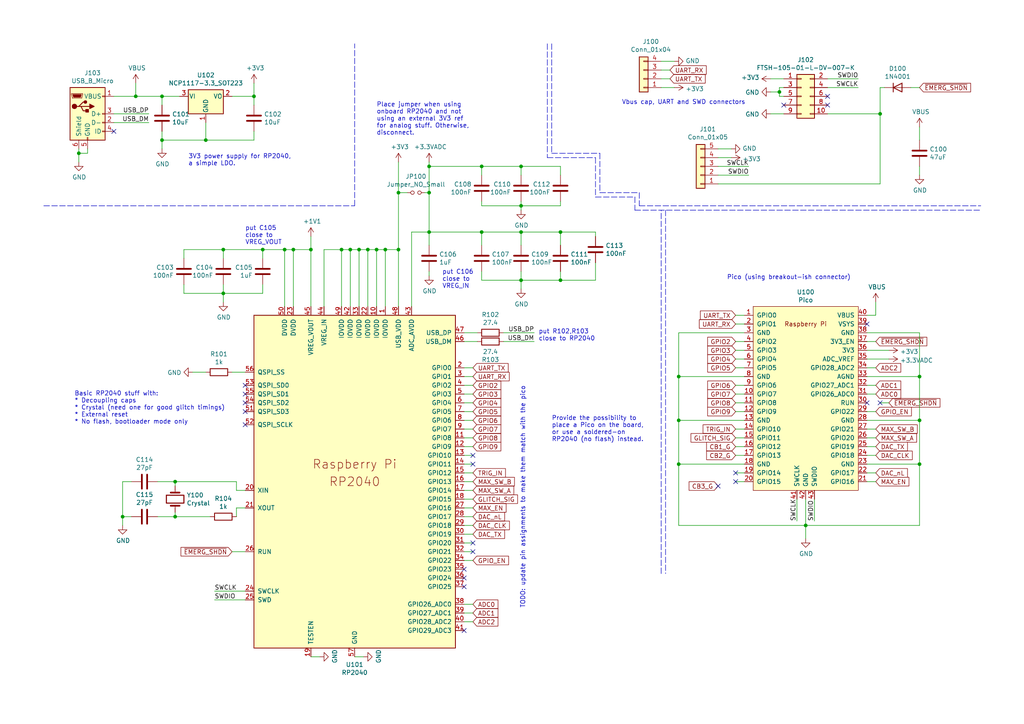
<source format=kicad_sch>
(kicad_sch (version 20211123) (generator eeschema)
  (paper "A4")
  (lib_symbols
    (symbol "Connector:USB_B_Micro" (pin_names (offset 1.016))
      (property "Reference" "J" (at -5.08 11.43 0))
      (property "Value" "USB_B_Micro" (at -5.08 8.89 0))
      (symbol "USB_B_Micro_1_1"
        (pin power_out line (at 7.62 5.08 180) (length 2.54) (name "VBUS") (number "1"))
        (pin bidirectional line (at 7.62 -2.54 180) (length 2.54) (name "D-") (number "2"))
        (pin bidirectional line (at 7.62 0 180) (length 2.54) (name "D+") (number "3"))
        (pin passive line (at 7.62 -5.08 180) (length 2.54) (name "ID") (number "4"))
        (pin power_out line (at 0 -10.16 90) (length 2.54) (name "GND") (number "5"))
        (pin passive line (at -2.54 -10.16 90) (length 2.54) (name "Shield") (number "6"))
      )
    )
    (symbol "Connector_Generic:Conn_01x04" (pin_names (offset 1.016) hide)
      (property "Reference" "J" (at 0 5.08 0))
      (property "Value" "Conn_01x04" (at 0 -7.62 0))
      (symbol "Conn_01x04_1_1"
        (pin passive line (at -5.08 2.54 0) (length 3.81) (name "Pin_1") (number "1"))
        (pin passive line (at -5.08 0 0) (length 3.81) (name "Pin_2") (number "2"))
        (pin passive line (at -5.08 -2.54 0) (length 3.81) (name "Pin_3") (number "3"))
        (pin passive line (at -5.08 -5.08 0) (length 3.81) (name "Pin_4") (number "4"))
      )
    )
    (symbol "Connector_Generic:Conn_01x05" (pin_names (offset 1.016) hide)
      (property "Reference" "J" (at 0 7.62 0))
      (property "Value" "Conn_01x05" (at 0 -7.62 0))
      (symbol "Conn_01x05_1_1"
        (pin passive line (at -5.08 5.08 0) (length 3.81) (name "Pin_1") (number "1"))
        (pin passive line (at -5.08 2.54 0) (length 3.81) (name "Pin_2") (number "2"))
        (pin passive line (at -5.08 0 0) (length 3.81) (name "Pin_3") (number "3"))
        (pin passive line (at -5.08 -2.54 0) (length 3.81) (name "Pin_4") (number "4"))
        (pin passive line (at -5.08 -5.08 0) (length 3.81) (name "Pin_5") (number "5"))
      )
    )
    (symbol "Connector_Generic:Conn_02x05_Odd_Even" (pin_names (offset 1.016) hide)
      (property "Reference" "J" (at 1.27 7.62 0))
      (property "Value" "Conn_02x05_Odd_Even" (at 1.27 -7.62 0))
      (symbol "Conn_02x05_Odd_Even_1_1"
        (pin passive line (at -5.08 5.08 0) (length 3.81) (name "Pin_1") (number "1"))
        (pin passive line (at 7.62 -5.08 180) (length 3.81) (name "Pin_10") (number "10"))
        (pin passive line (at 7.62 5.08 180) (length 3.81) (name "Pin_2") (number "2"))
        (pin passive line (at -5.08 2.54 0) (length 3.81) (name "Pin_3") (number "3"))
        (pin passive line (at 7.62 2.54 180) (length 3.81) (name "Pin_4") (number "4"))
        (pin passive line (at -5.08 0 0) (length 3.81) (name "Pin_5") (number "5"))
        (pin passive line (at 7.62 0 180) (length 3.81) (name "Pin_6") (number "6"))
        (pin passive line (at -5.08 -2.54 0) (length 3.81) (name "Pin_7") (number "7"))
        (pin passive line (at 7.62 -2.54 180) (length 3.81) (name "Pin_8") (number "8"))
        (pin passive line (at -5.08 -5.08 0) (length 3.81) (name "Pin_9") (number "9"))
      )
    )
    (symbol "Device:C" (pin_numbers hide) (pin_names (offset 0.254))
      (property "Reference" "C" (at 0.635 2.54 0))
      (property "Value" "C" (at 0.635 -2.54 0))
      (symbol "C_1_1"
        (pin passive line (at 0 3.81 270) (length 2.794) (name "~") (number "1"))
        (pin passive line (at 0 -3.81 90) (length 2.794) (name "~") (number "2"))
      )
    )
    (symbol "Device:Crystal" (pin_numbers hide) (pin_names (offset 1.016) hide)
      (property "Reference" "Y" (at 0 3.81 0))
      (property "Value" "Crystal" (at 0 -3.81 0))
      (symbol "Crystal_1_1"
        (pin passive line (at -3.81 0 0) (length 1.27) (name "1") (number "1"))
        (pin passive line (at 3.81 0 180) (length 1.27) (name "2") (number "2"))
      )
    )
    (symbol "Device:D" (pin_numbers hide) (pin_names (offset 1.016) hide)
      (property "Reference" "D" (at 0 2.54 0))
      (property "Value" "D" (at 0 -2.54 0))
      (symbol "D_1_1"
        (pin passive line (at -3.81 0 0) (length 2.54) (name "K") (number "1"))
        (pin passive line (at 3.81 0 180) (length 2.54) (name "A") (number "2"))
      )
    )
    (symbol "Device:Jumper_NO_Small" (pin_numbers hide) (pin_names (offset 0.762) hide)
      (property "Reference" "JP" (at 0 2.032 0))
      (property "Value" "Device_Jumper_NO_Small" (at 0.254 -1.524 0))
      (symbol "Jumper_NO_Small_0_1"
        (pin passive line (at -2.54 0 0) (length 1.016) (name "1") (number "1"))
        (pin passive line (at 2.54 0 180) (length 1.016) (name "2") (number "2"))
      )
    )
    (symbol "Device:R" (pin_numbers hide) (pin_names (offset 0))
      (property "Reference" "R" (at 2.032 0 90))
      (property "Value" "R" (at 0 0 90))
      (symbol "R_1_1"
        (pin passive line (at 0 3.81 270) (length 1.27) (name "~") (number "1"))
        (pin passive line (at 0 -3.81 90) (length 1.27) (name "~") (number "2"))
      )
    )
    (symbol "MCU_RaspberryPi_and_Boards:Pico" (pin_names (offset 1.016))
      (property "Reference" "U" (at -13.97 27.94 0))
      (property "Value" "Pico" (at 0 19.05 0))
      (symbol "Pico_0_0"
        (text "Raspberry Pi" (at 0 21.59 0) (effects (font (size 1.27 1.27))))
      )
      (symbol "Pico_1_1"
        (pin bidirectional line (at -17.78 24.13 0) (length 2.54) (name "GPIO0") (number "1"))
        (pin bidirectional line (at -17.78 1.27 0) (length 2.54) (name "GPIO7") (number "10"))
        (pin bidirectional line (at -17.78 -1.27 0) (length 2.54) (name "GPIO8") (number "11"))
        (pin bidirectional line (at -17.78 -3.81 0) (length 2.54) (name "GPIO9") (number "12"))
        (pin power_in line (at -17.78 -6.35 0) (length 2.54) (name "GND") (number "13"))
        (pin bidirectional line (at -17.78 -8.89 0) (length 2.54) (name "GPIO10") (number "14"))
        (pin bidirectional line (at -17.78 -11.43 0) (length 2.54) (name "GPIO11") (number "15"))
        (pin bidirectional line (at -17.78 -13.97 0) (length 2.54) (name "GPIO12") (number "16"))
        (pin bidirectional line (at -17.78 -16.51 0) (length 2.54) (name "GPIO13") (number "17"))
        (pin power_in line (at -17.78 -19.05 0) (length 2.54) (name "GND") (number "18"))
        (pin bidirectional line (at -17.78 -21.59 0) (length 2.54) (name "GPIO14") (number "19"))
        (pin bidirectional line (at -17.78 21.59 0) (length 2.54) (name "GPIO1") (number "2"))
        (pin bidirectional line (at -17.78 -24.13 0) (length 2.54) (name "GPIO15") (number "20"))
        (pin bidirectional line (at 17.78 -24.13 180) (length 2.54) (name "GPIO16") (number "21"))
        (pin bidirectional line (at 17.78 -21.59 180) (length 2.54) (name "GPIO17") (number "22"))
        (pin power_in line (at 17.78 -19.05 180) (length 2.54) (name "GND") (number "23"))
        (pin bidirectional line (at 17.78 -16.51 180) (length 2.54) (name "GPIO18") (number "24"))
        (pin bidirectional line (at 17.78 -13.97 180) (length 2.54) (name "GPIO19") (number "25"))
        (pin bidirectional line (at 17.78 -11.43 180) (length 2.54) (name "GPIO20") (number "26"))
        (pin bidirectional line (at 17.78 -8.89 180) (length 2.54) (name "GPIO21") (number "27"))
        (pin power_in line (at 17.78 -6.35 180) (length 2.54) (name "GND") (number "28"))
        (pin bidirectional line (at 17.78 -3.81 180) (length 2.54) (name "GPIO22") (number "29"))
        (pin power_in line (at -17.78 19.05 0) (length 2.54) (name "GND") (number "3"))
        (pin input line (at 17.78 -1.27 180) (length 2.54) (name "RUN") (number "30"))
        (pin bidirectional line (at 17.78 1.27 180) (length 2.54) (name "GPIO26_ADC0") (number "31"))
        (pin bidirectional line (at 17.78 3.81 180) (length 2.54) (name "GPIO27_ADC1") (number "32"))
        (pin power_in line (at 17.78 6.35 180) (length 2.54) (name "AGND") (number "33"))
        (pin bidirectional line (at 17.78 8.89 180) (length 2.54) (name "GPIO28_ADC2") (number "34"))
        (pin unspecified line (at 17.78 11.43 180) (length 2.54) (name "ADC_VREF") (number "35"))
        (pin unspecified line (at 17.78 13.97 180) (length 2.54) (name "3V3") (number "36"))
        (pin input line (at 17.78 16.51 180) (length 2.54) (name "3V3_EN") (number "37"))
        (pin bidirectional line (at 17.78 19.05 180) (length 2.54) (name "GND") (number "38"))
        (pin unspecified line (at 17.78 21.59 180) (length 2.54) (name "VSYS") (number "39"))
        (pin bidirectional line (at -17.78 16.51 0) (length 2.54) (name "GPIO2") (number "4"))
        (pin unspecified line (at 17.78 24.13 180) (length 2.54) (name "VBUS") (number "40"))
        (pin input line (at -2.54 -29.21 90) (length 2.54) (name "SWCLK") (number "41"))
        (pin power_in line (at 0 -29.21 90) (length 2.54) (name "GND") (number "42"))
        (pin bidirectional line (at 2.54 -29.21 90) (length 2.54) (name "SWDIO") (number "43"))
        (pin bidirectional line (at -17.78 13.97 0) (length 2.54) (name "GPIO3") (number "5"))
        (pin bidirectional line (at -17.78 11.43 0) (length 2.54) (name "GPIO4") (number "6"))
        (pin bidirectional line (at -17.78 8.89 0) (length 2.54) (name "GPIO5") (number "7"))
        (pin power_in line (at -17.78 6.35 0) (length 2.54) (name "GND") (number "8"))
        (pin bidirectional line (at -17.78 3.81 0) (length 2.54) (name "GPIO6") (number "9"))
      )
    )
    (symbol "MCU_RaspberryPi_and_Boards:RP2040" (pin_names (offset 1.016))
      (property "Reference" "U" (at -29.21 49.53 0))
      (property "Value" "RP2040" (at 24.13 -49.53 0))
      (symbol "RP2040_0_0"
        (text "Raspberry Pi" (at 0 5.08 0) (effects (font (size 2.54 2.54))))
        (text "RP2040" (at 0 0 0) (effects (font (size 2.54 2.54))))
      )
      (symbol "RP2040_1_1"
        (pin power_in line (at 8.89 50.8 270) (length 2.54) (name "IOVDD") (number "1"))
        (pin power_in line (at 6.35 50.8 270) (length 2.54) (name "IOVDD") (number "10"))
        (pin bidirectional line (at 31.75 12.7 180) (length 2.54) (name "GPIO8") (number "11"))
        (pin bidirectional line (at 31.75 10.16 180) (length 2.54) (name "GPIO9") (number "12"))
        (pin bidirectional line (at 31.75 7.62 180) (length 2.54) (name "GPIO10") (number "13"))
        (pin bidirectional line (at 31.75 5.08 180) (length 2.54) (name "GPIO11") (number "14"))
        (pin bidirectional line (at 31.75 2.54 180) (length 2.54) (name "GPIO12") (number "15"))
        (pin bidirectional line (at 31.75 0 180) (length 2.54) (name "GPIO13") (number "16"))
        (pin bidirectional line (at 31.75 -2.54 180) (length 2.54) (name "GPIO14") (number "17"))
        (pin bidirectional line (at 31.75 -5.08 180) (length 2.54) (name "GPIO15") (number "18"))
        (pin passive line (at -12.7 -50.8 90) (length 2.54) (name "TESTEN") (number "19"))
        (pin bidirectional line (at 31.75 33.02 180) (length 2.54) (name "GPIO0") (number "2"))
        (pin input line (at -31.75 -2.54 0) (length 2.54) (name "XIN") (number "20"))
        (pin passive line (at -31.75 -7.62 0) (length 2.54) (name "XOUT") (number "21"))
        (pin power_in line (at 3.81 50.8 270) (length 2.54) (name "IOVDD") (number "22"))
        (pin power_in line (at -17.78 50.8 270) (length 2.54) (name "DVDD") (number "23"))
        (pin output line (at -31.75 -31.75 0) (length 2.54) (name "SWCLK") (number "24"))
        (pin bidirectional line (at -31.75 -34.29 0) (length 2.54) (name "SWD") (number "25"))
        (pin input line (at -31.75 -20.32 0) (length 2.54) (name "RUN") (number "26"))
        (pin bidirectional line (at 31.75 -7.62 180) (length 2.54) (name "GPIO16") (number "27"))
        (pin bidirectional line (at 31.75 -10.16 180) (length 2.54) (name "GPIO17") (number "28"))
        (pin bidirectional line (at 31.75 -12.7 180) (length 2.54) (name "GPIO18") (number "29"))
        (pin bidirectional line (at 31.75 30.48 180) (length 2.54) (name "GPIO1") (number "3"))
        (pin bidirectional line (at 31.75 -15.24 180) (length 2.54) (name "GPIO19") (number "30"))
        (pin bidirectional line (at 31.75 -17.78 180) (length 2.54) (name "GPIO20") (number "31"))
        (pin bidirectional line (at 31.75 -20.32 180) (length 2.54) (name "GPIO21") (number "32"))
        (pin power_in line (at 1.27 50.8 270) (length 2.54) (name "IOVDD") (number "33"))
        (pin bidirectional line (at 31.75 -22.86 180) (length 2.54) (name "GPIO22") (number "34"))
        (pin bidirectional line (at 31.75 -25.4 180) (length 2.54) (name "GPIO23") (number "35"))
        (pin bidirectional line (at 31.75 -27.94 180) (length 2.54) (name "GPIO24") (number "36"))
        (pin bidirectional line (at 31.75 -30.48 180) (length 2.54) (name "GPIO25") (number "37"))
        (pin bidirectional line (at 31.75 -35.56 180) (length 2.54) (name "GPIO26_ADC0") (number "38"))
        (pin bidirectional line (at 31.75 -38.1 180) (length 2.54) (name "GPIO27_ADC1") (number "39"))
        (pin bidirectional line (at 31.75 27.94 180) (length 2.54) (name "GPIO2") (number "4"))
        (pin bidirectional line (at 31.75 -40.64 180) (length 2.54) (name "GPIO28_ADC2") (number "40"))
        (pin bidirectional line (at 31.75 -43.18 180) (length 2.54) (name "GPIO29_ADC3") (number "41"))
        (pin power_in line (at -1.27 50.8 270) (length 2.54) (name "IOVDD") (number "42"))
        (pin power_in line (at 16.51 50.8 270) (length 2.54) (name "ADC_AVDD") (number "43"))
        (pin power_in line (at -8.89 50.8 270) (length 2.54) (name "VREG_IN") (number "44"))
        (pin power_out line (at -12.7 50.8 270) (length 2.54) (name "VREG_VOUT") (number "45"))
        (pin bidirectional line (at 31.75 40.64 180) (length 2.54) (name "USB_DM") (number "46"))
        (pin bidirectional line (at 31.75 43.18 180) (length 2.54) (name "USB_DP") (number "47"))
        (pin power_in line (at 12.7 50.8 270) (length 2.54) (name "USB_VDD") (number "48"))
        (pin power_in line (at -3.81 50.8 270) (length 2.54) (name "IOVDD") (number "49"))
        (pin bidirectional line (at 31.75 25.4 180) (length 2.54) (name "GPIO3") (number "5"))
        (pin power_in line (at -20.32 50.8 270) (length 2.54) (name "DVDD") (number "50"))
        (pin bidirectional line (at -31.75 20.32 0) (length 2.54) (name "QSPI_SD3") (number "51"))
        (pin output line (at -31.75 16.51 0) (length 2.54) (name "QSPI_SCLK") (number "52"))
        (pin bidirectional line (at -31.75 27.94 0) (length 2.54) (name "QSPI_SD0") (number "53"))
        (pin bidirectional line (at -31.75 22.86 0) (length 2.54) (name "QSPI_SD2") (number "54"))
        (pin bidirectional line (at -31.75 25.4 0) (length 2.54) (name "QSPI_SD1") (number "55"))
        (pin bidirectional line (at -31.75 31.75 0) (length 2.54) (name "QSPI_SS") (number "56"))
        (pin power_in line (at 0 -50.8 90) (length 2.54) (name "GND") (number "57"))
        (pin bidirectional line (at 31.75 22.86 180) (length 2.54) (name "GPIO4") (number "6"))
        (pin bidirectional line (at 31.75 20.32 180) (length 2.54) (name "GPIO5") (number "7"))
        (pin bidirectional line (at 31.75 17.78 180) (length 2.54) (name "GPIO6") (number "8"))
        (pin bidirectional line (at 31.75 15.24 180) (length 2.54) (name "GPIO7") (number "9"))
      )
    )
    (symbol "Regulator_Linear:NCP1117-3.3_SOT223" (pin_names (offset 0.254))
      (property "Reference" "U" (at -3.81 3.175 0))
      (property "Value" "NCP1117-3.3_SOT223" (at 0 3.175 0))
      (symbol "NCP1117-3.3_SOT223_1_1"
        (pin power_in line (at 0 -7.62 90) (length 2.54) (name "GND") (number "1"))
        (pin power_out line (at 7.62 0 180) (length 2.54) (name "VO") (number "2"))
        (pin power_in line (at -7.62 0 0) (length 2.54) (name "VI") (number "3"))
      )
    )
    (symbol "power:+1V1" (power) (pin_names (offset 0))
      (property "Value" "+1V1" (at 0 3.556 0))
      (symbol "+1V1_1_1"
        (pin power_in line (at 0 0 90) (length 0) hide (name "+1V1") (number "1"))
      )
    )
    (symbol "power:+3.3VADC" (power) (pin_names (offset 0))
      (property "Value" "+3.3VADC" (at 0 2.54 0))
      (symbol "+3.3VADC_0_0"
        (pin power_in line (at 0 0 90) (length 0) hide (name "+3.3VADC") (number "1"))
      )
    )
    (symbol "power:+3V3" (power) (pin_names (offset 0))
      (property "Value" "+3V3" (at 0 3.556 0))
      (symbol "+3V3_1_1"
        (pin power_in line (at 0 0 90) (length 0) hide (name "+3V3") (number "1"))
      )
    )
    (symbol "power:GND" (power) (pin_names (offset 0))
      (property "Value" "GND" (at 0 -3.81 0))
      (symbol "GND_1_1"
        (pin power_in line (at 0 0 270) (length 0) hide (name "GND") (number "1"))
      )
    )
    (symbol "power:VBUS" (power) (pin_names (offset 0))
      (property "Value" "VBUS" (at 0 3.81 0))
      (symbol "VBUS_1_1"
        (pin power_in line (at 0 0 90) (length 0) hide (name "VBUS") (number "1"))
      )
    )
  )
  (junction (at 233.68 152.4))
  (junction (at 151.13 81.28))
  (junction (at 82.55 72.39))
  (junction (at 266.7 109.22))
  (junction (at 90.17 72.39))
  (junction (at 59.69 40.64))
  (junction (at 162.56 67.31))
  (junction (at 104.14 72.39))
  (junction (at 106.68 72.39))
  (junction (at 115.57 55.88))
  (junction (at 124.46 55.88))
  (junction (at 196.85 134.62))
  (junction (at 76.2 72.39))
  (junction (at 255.27 33.02))
  (junction (at 111.76 72.39))
  (junction (at 109.22 72.39))
  (junction (at 139.7 67.31))
  (junction (at 99.06 72.39))
  (junction (at 115.57 72.39))
  (junction (at 46.99 40.64))
  (junction (at 139.7 48.26))
  (junction (at 124.46 67.31))
  (junction (at 39.37 27.94))
  (junction (at 196.85 109.22))
  (junction (at 124.46 48.26))
  (junction (at 50.8 139.7))
  (junction (at 266.7 121.92))
  (junction (at 266.7 134.62))
  (junction (at 151.13 59.69))
  (junction (at 50.8 149.86))
  (junction (at 22.86 44.45))
  (junction (at 64.77 85.09))
  (junction (at 85.09 72.39))
  (junction (at 151.13 67.31))
  (junction (at 226.06 26.67))
  (junction (at 151.13 48.26))
  (junction (at 35.56 149.86))
  (junction (at 64.77 72.39))
  (junction (at 196.85 121.92))
  (junction (at 101.6 72.39))
  (junction (at 73.66 27.94))
  (junction (at 46.99 27.94))
  (junction (at 162.56 81.28))
  (no_connect (at 251.46 116.84))
  (no_connect (at 134.62 170.18))
  (no_connect (at 134.62 182.88))
  (no_connect (at 71.12 114.3))
  (no_connect (at 71.12 123.19))
  (no_connect (at 227.33 30.48))
  (no_connect (at 137.16 160.02))
  (no_connect (at 33.02 38.1))
  (no_connect (at 255.27 116.84))
  (no_connect (at 71.12 111.76))
  (no_connect (at 240.03 27.94))
  (no_connect (at 134.62 167.64))
  (no_connect (at 251.46 93.98))
  (no_connect (at 137.16 132.08))
  (no_connect (at 137.16 134.62))
  (no_connect (at 137.16 157.48))
  (no_connect (at 208.28 140.97))
  (no_connect (at 213.36 139.7))
  (no_connect (at 213.36 137.16))
  (no_connect (at 134.62 165.1))
  (no_connect (at 71.12 119.38))
  (no_connect (at 240.03 30.48))
  (no_connect (at 71.12 116.84))
  (wire (pts (xy 67.31 107.95) (xy 71.12 107.95)))
  (wire (pts (xy 215.9 129.54) (xy 213.36 129.54)))
  (wire (pts (xy 137.16 157.48) (xy 134.62 157.48)))
  (wire (pts (xy 115.57 55.88) (xy 115.57 72.39)))
  (wire (pts (xy 139.7 67.31) (xy 151.13 67.31)))
  (wire (pts (xy 71.12 142.24) (xy 68.58 142.24)))
  (wire (pts (xy 226.06 26.67) (xy 223.52 26.67)))
  (wire (pts (xy 53.34 85.09) (xy 53.34 82.55)))
  (wire (pts (xy 53.34 72.39) (xy 64.77 72.39)))
  (wire (pts (xy 196.85 121.92) (xy 196.85 134.62)))
  (wire (pts (xy 251.46 132.08) (xy 254 132.08)))
  (wire (pts (xy 134.62 106.68) (xy 137.16 106.68)))
  (wire (pts (xy 151.13 59.69) (xy 162.56 59.69)))
  (wire (pts (xy 266.7 134.62) (xy 266.7 121.92)))
  (wire (pts (xy 134.62 119.38) (xy 137.16 119.38)))
  (wire (pts (xy 139.7 81.28) (xy 139.7 78.74)))
  (wire (pts (xy 146.05 96.52) (xy 154.94 96.52)))
  (wire (pts (xy 215.9 96.52) (xy 196.85 96.52)))
  (wire (pts (xy 266.7 40.64) (xy 266.7 36.83)))
  (polyline (pts (xy 185.42 55.88) (xy 185.42 59.69)))
  (wire (pts (xy 233.68 152.4) (xy 233.68 156.21)))
  (wire (pts (xy 226.06 27.94) (xy 227.33 27.94)))
  (polyline (pts (xy 173.99 44.45) (xy 173.99 55.88)))
  (wire (pts (xy 226.06 26.67) (xy 226.06 27.94)))
  (wire (pts (xy 50.8 140.97) (xy 50.8 139.7)))
  (wire (pts (xy 134.62 111.76) (xy 137.16 111.76)))
  (wire (pts (xy 137.16 124.46) (xy 134.62 124.46)))
  (wire (pts (xy 73.66 27.94) (xy 73.66 30.48)))
  (wire (pts (xy 134.62 132.08) (xy 137.16 132.08)))
  (wire (pts (xy 213.36 119.38) (xy 215.9 119.38)))
  (wire (pts (xy 162.56 59.69) (xy 162.56 58.42)))
  (wire (pts (xy 76.2 72.39) (xy 76.2 74.93)))
  (wire (pts (xy 119.38 67.31) (xy 119.38 88.9)))
  (wire (pts (xy 257.81 101.6) (xy 251.46 101.6)))
  (wire (pts (xy 134.62 137.16) (xy 137.16 137.16)))
  (wire (pts (xy 266.7 50.8) (xy 266.7 48.26)))
  (wire (pts (xy 196.85 121.92) (xy 196.85 109.22)))
  (wire (pts (xy 151.13 81.28) (xy 139.7 81.28)))
  (wire (pts (xy 251.46 111.76) (xy 254 111.76)))
  (wire (pts (xy 137.16 177.8) (xy 134.62 177.8)))
  (wire (pts (xy 266.7 109.22) (xy 251.46 109.22)))
  (wire (pts (xy 137.16 144.78) (xy 134.62 144.78)))
  (wire (pts (xy 45.72 149.86) (xy 50.8 149.86)))
  (polyline (pts (xy 158.75 12.7) (xy 158.75 45.72)))
  (polyline (pts (xy 172.72 57.15) (xy 184.15 57.15)))
  (wire (pts (xy 213.36 106.68) (xy 215.9 106.68)))
  (wire (pts (xy 208.28 53.34) (xy 255.27 53.34)))
  (wire (pts (xy 137.16 162.56) (xy 134.62 162.56)))
  (wire (pts (xy 73.66 40.64) (xy 73.66 38.1)))
  (wire (pts (xy 213.36 139.7) (xy 215.9 139.7)))
  (wire (pts (xy 162.56 81.28) (xy 151.13 81.28)))
  (wire (pts (xy 151.13 78.74) (xy 151.13 81.28)))
  (wire (pts (xy 255.27 53.34) (xy 255.27 33.02)))
  (wire (pts (xy 124.46 55.88) (xy 124.46 67.31)))
  (wire (pts (xy 52.07 27.94) (xy 46.99 27.94)))
  (wire (pts (xy 134.62 147.32) (xy 137.16 147.32)))
  (wire (pts (xy 46.99 43.18) (xy 46.99 40.64)))
  (wire (pts (xy 46.99 40.64) (xy 59.69 40.64)))
  (wire (pts (xy 139.7 67.31) (xy 139.7 71.12)))
  (wire (pts (xy 172.72 67.31) (xy 172.72 68.58)))
  (wire (pts (xy 111.76 72.39) (xy 115.57 72.39)))
  (wire (pts (xy 137.16 134.62) (xy 134.62 134.62)))
  (wire (pts (xy 105.41 190.5) (xy 102.87 190.5)))
  (wire (pts (xy 257.81 116.84) (xy 255.27 116.84)))
  (wire (pts (xy 124.46 55.88) (xy 124.46 48.26)))
  (wire (pts (xy 233.68 144.78) (xy 233.68 152.4)))
  (wire (pts (xy 101.6 88.9) (xy 101.6 72.39)))
  (wire (pts (xy 35.56 139.7) (xy 38.1 139.7)))
  (wire (pts (xy 251.46 91.44) (xy 254 91.44)))
  (wire (pts (xy 266.7 96.52) (xy 251.46 96.52)))
  (wire (pts (xy 139.7 58.42) (xy 139.7 59.69)))
  (wire (pts (xy 213.36 127) (xy 215.9 127)))
  (wire (pts (xy 255.27 25.4) (xy 255.27 33.02)))
  (wire (pts (xy 139.7 48.26) (xy 139.7 50.8)))
  (wire (pts (xy 134.62 127) (xy 137.16 127)))
  (wire (pts (xy 64.77 72.39) (xy 64.77 74.93)))
  (wire (pts (xy 50.8 139.7) (xy 68.58 139.7)))
  (wire (pts (xy 172.72 76.2) (xy 172.72 81.28)))
  (wire (pts (xy 213.36 132.08) (xy 215.9 132.08)))
  (wire (pts (xy 134.62 121.92) (xy 137.16 121.92)))
  (wire (pts (xy 208.28 48.26) (xy 217.17 48.26)))
  (wire (pts (xy 109.22 72.39) (xy 111.76 72.39)))
  (wire (pts (xy 93.98 88.9) (xy 93.98 72.39)))
  (wire (pts (xy 191.77 17.78) (xy 195.58 17.78)))
  (wire (pts (xy 134.62 99.06) (xy 138.43 99.06)))
  (wire (pts (xy 162.56 78.74) (xy 162.56 81.28)))
  (wire (pts (xy 137.16 149.86) (xy 134.62 149.86)))
  (wire (pts (xy 137.16 116.84) (xy 134.62 116.84)))
  (wire (pts (xy 196.85 109.22) (xy 215.9 109.22)))
  (wire (pts (xy 266.7 121.92) (xy 251.46 121.92)))
  (polyline (pts (xy 158.75 45.72) (xy 172.72 45.72)))
  (wire (pts (xy 240.03 33.02) (xy 255.27 33.02)))
  (polyline (pts (xy 191.77 166.37) (xy 191.77 60.96)))
  (wire (pts (xy 25.4 44.45) (xy 25.4 43.18)))
  (wire (pts (xy 208.28 43.18) (xy 212.09 43.18)))
  (wire (pts (xy 134.62 180.34) (xy 137.16 180.34)))
  (wire (pts (xy 115.57 46.99) (xy 115.57 55.88)))
  (wire (pts (xy 115.57 88.9) (xy 115.57 72.39)))
  (wire (pts (xy 104.14 72.39) (xy 106.68 72.39)))
  (wire (pts (xy 151.13 48.26) (xy 162.56 48.26)))
  (wire (pts (xy 67.31 27.94) (xy 73.66 27.94)))
  (wire (pts (xy 255.27 25.4) (xy 256.54 25.4)))
  (wire (pts (xy 254 119.38) (xy 251.46 119.38)))
  (wire (pts (xy 60.96 149.86) (xy 50.8 149.86)))
  (wire (pts (xy 46.99 40.64) (xy 46.99 38.1)))
  (wire (pts (xy 266.7 152.4) (xy 266.7 134.62)))
  (wire (pts (xy 82.55 72.39) (xy 82.55 88.9)))
  (wire (pts (xy 68.58 139.7) (xy 68.58 142.24)))
  (wire (pts (xy 33.02 33.02) (xy 43.18 33.02)))
  (wire (pts (xy 264.16 25.4) (xy 266.7 25.4)))
  (wire (pts (xy 254 137.16) (xy 251.46 137.16)))
  (wire (pts (xy 64.77 85.09) (xy 76.2 85.09)))
  (polyline (pts (xy 160.02 44.45) (xy 173.99 44.45)))
  (wire (pts (xy 196.85 152.4) (xy 233.68 152.4)))
  (wire (pts (xy 254 91.44) (xy 254 87.63)))
  (wire (pts (xy 146.05 99.06) (xy 154.94 99.06)))
  (wire (pts (xy 35.56 152.4) (xy 35.56 149.86)))
  (wire (pts (xy 123.19 55.88) (xy 124.46 55.88)))
  (wire (pts (xy 139.7 48.26) (xy 151.13 48.26)))
  (wire (pts (xy 68.58 147.32) (xy 71.12 147.32)))
  (wire (pts (xy 118.11 55.88) (xy 115.57 55.88)))
  (wire (pts (xy 134.62 96.52) (xy 138.43 96.52)))
  (wire (pts (xy 233.68 152.4) (xy 266.7 152.4)))
  (wire (pts (xy 124.46 71.12) (xy 124.46 67.31)))
  (wire (pts (xy 240.03 25.4) (xy 248.92 25.4)))
  (wire (pts (xy 134.62 160.02) (xy 137.16 160.02)))
  (wire (pts (xy 99.06 72.39) (xy 101.6 72.39)))
  (wire (pts (xy 39.37 24.13) (xy 39.37 27.94)))
  (wire (pts (xy 38.1 149.86) (xy 35.56 149.86)))
  (polyline (pts (xy 185.42 59.69) (xy 284.48 59.69)))
  (wire (pts (xy 226.06 25.4) (xy 226.06 26.67)))
  (wire (pts (xy 162.56 67.31) (xy 172.72 67.31)))
  (wire (pts (xy 240.03 22.86) (xy 248.92 22.86)))
  (wire (pts (xy 101.6 72.39) (xy 104.14 72.39)))
  (wire (pts (xy 251.46 127) (xy 254 127)))
  (wire (pts (xy 215.9 124.46) (xy 213.36 124.46)))
  (wire (pts (xy 99.06 88.9) (xy 99.06 72.39)))
  (wire (pts (xy 50.8 149.86) (xy 50.8 148.59)))
  (wire (pts (xy 35.56 149.86) (xy 35.56 139.7)))
  (wire (pts (xy 137.16 154.94) (xy 134.62 154.94)))
  (wire (pts (xy 62.23 171.45) (xy 71.12 171.45)))
  (polyline (pts (xy 184.15 57.15) (xy 184.15 60.96)))
  (wire (pts (xy 227.33 33.02) (xy 223.52 33.02)))
  (wire (pts (xy 64.77 82.55) (xy 64.77 85.09)))
  (wire (pts (xy 151.13 81.28) (xy 151.13 83.82)))
  (wire (pts (xy 137.16 139.7) (xy 134.62 139.7)))
  (wire (pts (xy 151.13 59.69) (xy 151.13 60.96)))
  (wire (pts (xy 134.62 175.26) (xy 137.16 175.26)))
  (polyline (pts (xy 172.72 45.72) (xy 172.72 57.15)))
  (polyline (pts (xy 173.99 55.88) (xy 185.42 55.88)))
  (wire (pts (xy 254 124.46) (xy 251.46 124.46)))
  (wire (pts (xy 213.36 93.98) (xy 215.9 93.98)))
  (wire (pts (xy 137.16 129.54) (xy 134.62 129.54)))
  (wire (pts (xy 62.23 173.99) (xy 71.12 173.99)))
  (wire (pts (xy 162.56 48.26) (xy 162.56 50.8)))
  (wire (pts (xy 106.68 88.9) (xy 106.68 72.39)))
  (wire (pts (xy 124.46 48.26) (xy 139.7 48.26)))
  (polyline (pts (xy 193.04 60.96) (xy 193.04 166.37)))
  (wire (pts (xy 67.31 160.02) (xy 71.12 160.02)))
  (wire (pts (xy 55.88 107.95) (xy 59.69 107.95)))
  (wire (pts (xy 106.68 72.39) (xy 109.22 72.39)))
  (wire (pts (xy 90.17 190.5) (xy 92.71 190.5)))
  (wire (pts (xy 39.37 27.94) (xy 46.99 27.94)))
  (wire (pts (xy 151.13 67.31) (xy 151.13 71.12)))
  (wire (pts (xy 134.62 152.4) (xy 137.16 152.4)))
  (wire (pts (xy 85.09 72.39) (xy 90.17 72.39)))
  (wire (pts (xy 53.34 85.09) (xy 64.77 85.09)))
  (wire (pts (xy 151.13 48.26) (xy 151.13 50.8)))
  (wire (pts (xy 22.86 44.45) (xy 22.86 43.18)))
  (wire (pts (xy 104.14 88.9) (xy 104.14 72.39)))
  (wire (pts (xy 227.33 25.4) (xy 226.06 25.4)))
  (wire (pts (xy 172.72 81.28) (xy 162.56 81.28)))
  (wire (pts (xy 90.17 68.58) (xy 90.17 72.39)))
  (wire (pts (xy 257.81 104.14) (xy 251.46 104.14)))
  (wire (pts (xy 266.7 121.92) (xy 266.7 109.22)))
  (polyline (pts (xy 102.87 59.69) (xy 102.87 12.7)))
  (wire (pts (xy 93.98 72.39) (xy 99.06 72.39)))
  (wire (pts (xy 137.16 109.22) (xy 134.62 109.22)))
  (wire (pts (xy 196.85 134.62) (xy 215.9 134.62)))
  (wire (pts (xy 68.58 149.86) (xy 68.58 147.32)))
  (wire (pts (xy 85.09 72.39) (xy 85.09 88.9)))
  (wire (pts (xy 76.2 72.39) (xy 82.55 72.39)))
  (wire (pts (xy 111.76 88.9) (xy 111.76 72.39)))
  (wire (pts (xy 215.9 137.16) (xy 213.36 137.16)))
  (wire (pts (xy 82.55 72.39) (xy 85.09 72.39)))
  (wire (pts (xy 254 114.3) (xy 251.46 114.3)))
  (wire (pts (xy 227.33 22.86) (xy 223.52 22.86)))
  (wire (pts (xy 64.77 72.39) (xy 76.2 72.39)))
  (wire (pts (xy 33.02 35.56) (xy 43.18 35.56)))
  (wire (pts (xy 215.9 121.92) (xy 196.85 121.92)))
  (wire (pts (xy 254 99.06) (xy 251.46 99.06)))
  (wire (pts (xy 194.31 20.32) (xy 191.77 20.32)))
  (wire (pts (xy 39.37 27.94) (xy 33.02 27.94)))
  (wire (pts (xy 266.7 109.22) (xy 266.7 96.52)))
  (polyline (pts (xy 184.15 60.96) (xy 284.48 60.96)))
  (wire (pts (xy 50.8 139.7) (xy 45.72 139.7)))
  (wire (pts (xy 191.77 25.4) (xy 195.58 25.4)))
  (wire (pts (xy 64.77 85.09) (xy 64.77 87.63)))
  (wire (pts (xy 266.7 134.62) (xy 251.46 134.62)))
  (wire (pts (xy 124.46 67.31) (xy 139.7 67.31)))
  (wire (pts (xy 215.9 99.06) (xy 213.36 99.06)))
  (wire (pts (xy 59.69 40.64) (xy 59.69 35.56)))
  (wire (pts (xy 46.99 27.94) (xy 46.99 30.48)))
  (wire (pts (xy 215.9 101.6) (xy 213.36 101.6)))
  (wire (pts (xy 208.28 45.72) (xy 212.09 45.72)))
  (wire (pts (xy 208.28 50.8) (xy 217.17 50.8)))
  (wire (pts (xy 231.14 144.78) (xy 231.14 151.13)))
  (wire (pts (xy 151.13 67.31) (xy 162.56 67.31)))
  (wire (pts (xy 251.46 139.7) (xy 254 139.7)))
  (wire (pts (xy 196.85 134.62) (xy 196.85 152.4)))
  (wire (pts (xy 151.13 58.42) (xy 151.13 59.69)))
  (wire (pts (xy 215.9 91.44) (xy 213.36 91.44)))
  (wire (pts (xy 139.7 59.69) (xy 151.13 59.69)))
  (wire (pts (xy 134.62 114.3) (xy 137.16 114.3)))
  (wire (pts (xy 213.36 104.14) (xy 215.9 104.14)))
  (wire (pts (xy 124.46 80.01) (xy 124.46 78.74)))
  (wire (pts (xy 162.56 67.31) (xy 162.56 71.12)))
  (wire (pts (xy 76.2 82.55) (xy 76.2 85.09)))
  (wire (pts (xy 196.85 96.52) (xy 196.85 109.22)))
  (wire (pts (xy 191.77 22.86) (xy 194.31 22.86)))
  (wire (pts (xy 215.9 111.76) (xy 213.36 111.76)))
  (wire (pts (xy 251.46 106.68) (xy 254 106.68)))
  (wire (pts (xy 124.46 67.31) (xy 119.38 67.31)))
  (wire (pts (xy 109.22 88.9) (xy 109.22 72.39)))
  (wire (pts (xy 53.34 74.93) (xy 53.34 72.39)))
  (wire (pts (xy 254 129.54) (xy 251.46 129.54)))
  (wire (pts (xy 59.69 40.64) (xy 73.66 40.64)))
  (wire (pts (xy 22.86 44.45) (xy 25.4 44.45)))
  (wire (pts (xy 22.86 46.99) (xy 22.86 44.45)))
  (wire (pts (xy 134.62 142.24) (xy 137.16 142.24)))
  (wire (pts (xy 73.66 27.94) (xy 73.66 24.13)))
  (wire (pts (xy 124.46 48.26) (xy 124.46 46.99)))
  (wire (pts (xy 215.9 116.84) (xy 213.36 116.84)))
  (wire (pts (xy 90.17 72.39) (xy 90.17 88.9)))
  (wire (pts (xy 236.22 144.78) (xy 236.22 151.13)))
  (wire (pts (xy 213.36 114.3) (xy 215.9 114.3)))
  (polyline (pts (xy 160.02 12.7) (xy 160.02 44.45)))
  (polyline (pts (xy 12.7 59.69) (xy 102.87 59.69)))
  (text "Place jumper when using\nonboard RP2040 and not\nusing an external 3V3 ref\nfor analog stuff. Otherwise,\ndisconnect." (at 109.22 39.37 0) (effects (font (size 1.27 1.27)) (justify left bottom)))
  (text "TODO: update pin assignments to make them match with the pico" (at 152.4 176.53 90) (effects (font (size 1.27 1.27)) (justify left bottom)))
  (text "put C106\nclose to\nVREG_IN" (at 128.27 83.82 0) (effects (font (size 1.27 1.27)) (justify left bottom)))
  (text "Vbus cap, UART and SWD connectors" (at 180.34 30.48 0) (effects (font (size 1.27 1.27)) (justify left bottom)))
  (text "put C105\nclose to\nVREG_VOUT" (at 71.12 71.12 0) (effects (font (size 1.27 1.27)) (justify left bottom)))
  (text "Pico (using breakout-ish connector)" (at 210.82 81.28 0) (effects (font (size 1.27 1.27)) (justify left bottom)))
  (text "3V3 power supply for RP2040,\na simple LDO." (at 54.61 48.26 0) (effects (font (size 1.27 1.27)) (justify left bottom)))
  (text "put R102,R103\nclose to RP2040" (at 156.21 99.06 0) (effects (font (size 1.27 1.27)) (justify left bottom)))
  (text "Basic RP2040 stuff with:\n* Decoupling caps\n* Crystal (need one for good glitch timings)\n* External reset\n* No flash, bootloader mode only" (at 21.59 123.19 0) (effects (font (size 1.27 1.27)) (justify left bottom)))
  (text "Provide the possibility to\nplace a Pico on the board,\nor use a soldered-on\nRP2040 (no flash) instead." (at 160.02 128.27 0) (effects (font (size 1.27 1.27)) (justify left bottom)))
  (label "SWCLK" (at 217.17 48.26 180))
  (label "USB_DM" (at 43.18 35.56 180))
  (label "SWCLK" (at 62.23 171.45 0))
  (label "USB_DM" (at 154.94 99.06 180))
  (label "SWDIO" (at 236.22 151.13 90))
  (label "SWDIO" (at 248.92 22.86 180))
  (label "USB_DP" (at 43.18 33.02 180))
  (label "SWCLK" (at 248.92 25.4 180))
  (label "USB_DP" (at 154.94 96.52 180))
  (label "SWDIO" (at 62.23 173.99 0))
  (label "SWDIO" (at 217.17 50.8 180))
  (label "SWCLK" (at 231.14 151.13 90))
  (global_label "CB1_G" (shape input) (at 213.36 129.54 180) (property "Intersheet References" "${INTERSHEET_REFS}" (effects hide)))
  (global_label "GPIO2" (shape input) (at 137.16 111.76 0) (property "Intersheet References" "${INTERSHEET_REFS}" (effects hide)))
  (global_label "~{EMERG_SHDN}" (shape input) (at 67.31 160.02 180) (property "Intersheet References" "${INTERSHEET_REFS}" (effects hide)))
  (global_label "ADC0" (shape input) (at 137.16 175.26 0) (property "Intersheet References" "${INTERSHEET_REFS}" (effects hide)))
  (global_label "DAC_nL" (shape input) (at 254 137.16 0) (property "Intersheet References" "${INTERSHEET_REFS}" (effects hide)))
  (global_label "TRIG_IN" (shape input) (at 137.16 137.16 0) (property "Intersheet References" "${INTERSHEET_REFS}" (effects hide)))
  (global_label "ADC2" (shape input) (at 254 106.68 0) (property "Intersheet References" "${INTERSHEET_REFS}" (effects hide)))
  (global_label "TRIG_IN" (shape input) (at 213.36 124.46 180) (property "Intersheet References" "${INTERSHEET_REFS}" (effects hide)))
  (global_label "ADC1" (shape input) (at 137.16 177.8 0) (property "Intersheet References" "${INTERSHEET_REFS}" (effects hide)))
  (global_label "GPIO_EN" (shape input) (at 137.16 162.56 0) (property "Intersheet References" "${INTERSHEET_REFS}" (effects hide)))
  (global_label "MAX_SW_B" (shape input) (at 137.16 139.7 0) (property "Intersheet References" "${INTERSHEET_REFS}" (effects hide)))
  (global_label "GPIO7" (shape input) (at 137.16 124.46 0) (property "Intersheet References" "${INTERSHEET_REFS}" (effects hide)))
  (global_label "MAX_SW_A" (shape input) (at 254 127 0) (property "Intersheet References" "${INTERSHEET_REFS}" (effects hide)))
  (global_label "GPIO5" (shape input) (at 213.36 106.68 180) (property "Intersheet References" "${INTERSHEET_REFS}" (effects hide)))
  (global_label "~{EMERG_SHDN}" (shape input) (at 266.7 25.4 0) (property "Intersheet References" "${INTERSHEET_REFS}" (effects hide)))
  (global_label "GPIO4" (shape input) (at 213.36 104.14 180) (property "Intersheet References" "${INTERSHEET_REFS}" (effects hide)))
  (global_label "MAX_SW_A" (shape input) (at 137.16 142.24 0) (property "Intersheet References" "${INTERSHEET_REFS}" (effects hide)))
  (global_label "GLITCH_SIG" (shape input) (at 137.16 144.78 0) (property "Intersheet References" "${INTERSHEET_REFS}" (effects hide)))
  (global_label "~{EMERG_SHDN}" (shape input) (at 254 99.06 0) (property "Intersheet References" "${INTERSHEET_REFS}" (effects hide)))
  (global_label "GPIO7" (shape input) (at 213.36 114.3 180) (property "Intersheet References" "${INTERSHEET_REFS}" (effects hide)))
  (global_label "CB3_G" (shape input) (at 208.28 140.97 180) (property "Intersheet References" "${INTERSHEET_REFS}" (effects hide)))
  (global_label "ADC1" (shape input) (at 254 111.76 0) (property "Intersheet References" "${INTERSHEET_REFS}" (effects hide)))
  (global_label "~{EMERG_SHDN}" (shape input) (at 257.81 116.84 0) (property "Intersheet References" "${INTERSHEET_REFS}" (effects hide)))
  (global_label "GPIO6" (shape input) (at 137.16 121.92 0) (property "Intersheet References" "${INTERSHEET_REFS}" (effects hide)))
  (global_label "UART_RX" (shape input) (at 213.36 93.98 180) (property "Intersheet References" "${INTERSHEET_REFS}" (effects hide)))
  (global_label "DAC_nL" (shape input) (at 137.16 149.86 0) (property "Intersheet References" "${INTERSHEET_REFS}" (effects hide)))
  (global_label "CB2_G" (shape input) (at 213.36 132.08 180) (property "Intersheet References" "${INTERSHEET_REFS}" (effects hide)))
  (global_label "GPIO3" (shape input) (at 213.36 101.6 180) (property "Intersheet References" "${INTERSHEET_REFS}" (effects hide)))
  (global_label "UART_TX" (shape input) (at 137.16 106.68 0) (property "Intersheet References" "${INTERSHEET_REFS}" (effects hide)))
  (global_label "GPIO6" (shape input) (at 213.36 111.76 180) (property "Intersheet References" "${INTERSHEET_REFS}" (effects hide)))
  (global_label "GPIO8" (shape input) (at 137.16 127 0) (property "Intersheet References" "${INTERSHEET_REFS}" (effects hide)))
  (global_label "DAC_CLK" (shape input) (at 254 132.08 0) (property "Intersheet References" "${INTERSHEET_REFS}" (effects hide)))
  (global_label "GPIO3" (shape input) (at 137.16 114.3 0) (property "Intersheet References" "${INTERSHEET_REFS}" (effects hide)))
  (global_label "DAC_TX" (shape input) (at 254 129.54 0) (property "Intersheet References" "${INTERSHEET_REFS}" (effects hide)))
  (global_label "DAC_TX" (shape input) (at 137.16 154.94 0) (property "Intersheet References" "${INTERSHEET_REFS}" (effects hide)))
  (global_label "GPIO4" (shape input) (at 137.16 116.84 0) (property "Intersheet References" "${INTERSHEET_REFS}" (effects hide)))
  (global_label "UART_TX" (shape input) (at 194.31 22.86 0) (property "Intersheet References" "${INTERSHEET_REFS}" (effects hide)))
  (global_label "ADC2" (shape input) (at 137.16 180.34 0) (property "Intersheet References" "${INTERSHEET_REFS}" (effects hide)))
  (global_label "MAX_EN" (shape input) (at 254 139.7 0) (property "Intersheet References" "${INTERSHEET_REFS}" (effects hide)))
  (global_label "MAX_SW_B" (shape input) (at 254 124.46 0) (property "Intersheet References" "${INTERSHEET_REFS}" (effects hide)))
  (global_label "UART_RX" (shape input) (at 194.31 20.32 0) (property "Intersheet References" "${INTERSHEET_REFS}" (effects hide)))
  (global_label "GPIO2" (shape input) (at 213.36 99.06 180) (property "Intersheet References" "${INTERSHEET_REFS}" (effects hide)))
  (global_label "GPIO9" (shape input) (at 213.36 119.38 180) (property "Intersheet References" "${INTERSHEET_REFS}" (effects hide)))
  (global_label "GPIO9" (shape input) (at 137.16 129.54 0) (property "Intersheet References" "${INTERSHEET_REFS}" (effects hide)))
  (global_label "GPIO8" (shape input) (at 213.36 116.84 180) (property "Intersheet References" "${INTERSHEET_REFS}" (effects hide)))
  (global_label "ADC0" (shape input) (at 254 114.3 0) (property "Intersheet References" "${INTERSHEET_REFS}" (effects hide)))
  (global_label "GPIO_EN" (shape input) (at 254 119.38 0) (property "Intersheet References" "${INTERSHEET_REFS}" (effects hide)))
  (global_label "MAX_EN" (shape input) (at 137.16 147.32 0) (property "Intersheet References" "${INTERSHEET_REFS}" (effects hide)))
  (global_label "GPIO5" (shape input) (at 137.16 119.38 0) (property "Intersheet References" "${INTERSHEET_REFS}" (effects hide)))
  (global_label "GLITCH_SIG" (shape input) (at 213.36 127 180) (property "Intersheet References" "${INTERSHEET_REFS}" (effects hide)))
  (global_label "UART_TX" (shape input) (at 213.36 91.44 180) (property "Intersheet References" "${INTERSHEET_REFS}" (effects hide)))
  (global_label "UART_RX" (shape input) (at 137.16 109.22 0) (property "Intersheet References" "${INTERSHEET_REFS}" (effects hide)))
  (global_label "DAC_CLK" (shape input) (at 137.16 152.4 0) (property "Intersheet References" "${INTERSHEET_REFS}" (effects hide)))
  (symbol (lib_id "MCU_RaspberryPi_and_Boards:Pico") (at 233.68 115.57 0) (unit 1)
    (property "Reference" "U100" (at 233.68 84.709 0))
    (property "Value" "Pico" (at 233.68 87.0204 0))
    (property "Footprint" "MCU_RaspberryPi_and_Boards:RPi_Pico_SMD_TH" (effects hide))
  )
  (symbol (lib_id "MCU_RaspberryPi_and_Boards:RP2040") (at 102.87 139.7 0) (unit 1) (in_bom no) (on_board no)
    (property "Reference" "U101" (at 102.87 192.7606 0))
    (property "Value" "RP2040" (at 102.87 195.072 0))
    (property "Footprint" "MCU_RaspberryPi_and_Boards:RP2040-QFN-56" (effects hide))
  )
  (symbol (lib_id "power:GND") (at 233.68 156.21 0) (unit 1)
    (property "Reference" "#PWR0102" (effects hide))
    (property "Value" "GND" (at 233.807 160.6042 0))
  )
  (symbol (lib_id "power:VBUS") (at 254 87.63 0) (unit 1)
    (property "Reference" "#PWR0103" (effects hide))
    (property "Value" "VBUS" (at 254.381 83.2358 0))
  )
  (symbol (lib_id "power:+3V3") (at 257.81 101.6 270) (unit 1)
    (property "Reference" "#PWR0104" (effects hide))
    (property "Value" "+3V3" (at 261.0612 101.981 90) (effects (justify left)))
  )
  (symbol (lib_id "power:+3.3VADC") (at 257.81 104.14 270) (unit 1)
    (property "Reference" "#PWR0105" (effects hide))
    (property "Value" "+3.3VADC" (at 261.0612 104.521 90) (effects (justify left)))
  )
  (symbol (lib_id "power:VBUS") (at 266.7 36.83 0) (unit 1)
    (property "Reference" "#PWR0106" (effects hide))
    (property "Value" "VBUS" (at 267.081 32.4358 0))
  )
  (symbol (lib_id "Device:C") (at 266.7 44.45 0) (unit 1)
    (property "Reference" "C100" (at 269.621 43.2816 0) (effects (justify left)))
    (property "Value" "47uF" (at 269.621 45.593 0) (effects (justify left)))
    (property "Footprint" "Capacitor_THT:CP_Radial_D4.0mm_P2.00mm" (effects hide))
  )
  (symbol (lib_id "power:GND") (at 266.7 50.8 0) (unit 1)
    (property "Reference" "#PWR0107" (effects hide))
    (property "Value" "GND" (at 266.827 55.1942 0))
  )
  (symbol (lib_id "Device:D") (at 260.35 25.4 0) (unit 1)
    (property "Reference" "D100" (at 260.35 19.8882 0))
    (property "Value" "1N4001" (at 260.35 22.1996 0))
    (property "Footprint" "Diode_SMD:D_SOD-123" (effects hide))
  )
  (symbol (lib_id "Connector_Generic:Conn_02x05_Odd_Even") (at 232.41 27.94 0) (unit 1)
    (property "Reference" "J102" (at 233.68 17.3482 0))
    (property "Value" "FTSH-105-01-L-DV-007-K" (at 233.68 19.6596 0))
    (property "Footprint" "lethalbit-connectors:FTSH-105-01-L-DV-K-TR" (effects hide))
  )
  (symbol (lib_id "power:+3V3") (at 223.52 22.86 90) (unit 1)
    (property "Reference" "#PWR0112" (effects hide))
    (property "Value" "+3V3" (at 220.2688 22.479 90) (effects (justify left)))
  )
  (symbol (lib_id "power:GND") (at 223.52 26.67 270) (unit 1)
    (property "Reference" "#PWR0113" (effects hide))
    (property "Value" "GND" (at 220.2688 26.797 90) (effects (justify right)))
  )
  (symbol (lib_id "power:GND") (at 223.52 33.02 270) (unit 1)
    (property "Reference" "#PWR0114" (effects hide))
    (property "Value" "GND" (at 220.2688 33.147 90) (effects (justify right)))
  )
  (symbol (lib_id "Connector:USB_B_Micro") (at 25.4 33.02 0) (unit 1) (in_bom no) (on_board no)
    (property "Reference" "J103" (at 26.8478 21.1582 0))
    (property "Value" "USB_B_Micro" (at 26.8478 23.4696 0))
    (property "Footprint" "Connector_USB:USB_Micro-B_Wuerth_629105150521" (effects hide))
  )
  (symbol (lib_id "Regulator_Linear:NCP1117-3.3_SOT223") (at 59.69 27.94 0) (unit 1) (in_bom no) (on_board no)
    (property "Reference" "U102" (at 59.69 21.7932 0))
    (property "Value" "NCP1117-3.3_SOT223" (at 59.69 24.1046 0))
    (property "Footprint" "Package_TO_SOT_SMD:SOT-223-3_TabPin2" (effects hide))
    (property "Datasheet" "http://www.onsemi.com/pub_link/Collateral/NCP1117-D.PDF" (effects hide))
  )
  (symbol (lib_id "power:VBUS") (at 39.37 24.13 0) (unit 1)
    (property "Reference" "#PWR0115" (effects hide))
    (property "Value" "VBUS" (at 39.751 19.7358 0))
  )
  (symbol (lib_id "power:GND") (at 22.86 46.99 0) (unit 1)
    (property "Reference" "#PWR0116" (effects hide))
    (property "Value" "GND" (at 22.987 51.3842 0))
  )
  (symbol (lib_id "Device:C") (at 46.99 34.29 0) (unit 1) (in_bom no) (on_board no)
    (property "Reference" "C101" (at 49.911 33.1216 0) (effects (justify left)))
    (property "Value" "10uF" (at 49.911 35.433 0) (effects (justify left)))
    (property "Footprint" "Capacitor_SMD:C_0603_1608Metric_Pad1.08x0.95mm_HandSolder" (effects hide))
  )
  (symbol (lib_id "power:GND") (at 46.99 43.18 0) (unit 1)
    (property "Reference" "#PWR0117" (effects hide))
    (property "Value" "GND" (at 47.117 47.5742 0))
  )
  (symbol (lib_id "Device:C") (at 73.66 34.29 0) (unit 1) (in_bom no) (on_board no)
    (property "Reference" "C102" (at 76.581 33.1216 0) (effects (justify left)))
    (property "Value" "10uF" (at 76.581 35.433 0) (effects (justify left)))
    (property "Footprint" "Capacitor_SMD:C_0603_1608Metric_Pad1.08x0.95mm_HandSolder" (effects hide))
  )
  (symbol (lib_id "power:+3V3") (at 73.66 24.13 0) (unit 1)
    (property "Reference" "#PWR0118" (effects hide))
    (property "Value" "+3V3" (at 74.041 19.7358 0))
  )
  (symbol (lib_id "power:GND") (at 92.71 190.5 90) (unit 1)
    (property "Reference" "#PWR0119" (effects hide))
    (property "Value" "GND" (at 97.1042 190.373 0))
  )
  (symbol (lib_id "power:GND") (at 105.41 190.5 90) (unit 1)
    (property "Reference" "#PWR0120" (effects hide))
    (property "Value" "GND" (at 109.8042 190.373 0))
  )
  (symbol (lib_id "Device:C") (at 64.77 78.74 0) (mirror y) (unit 1) (in_bom no) (on_board no)
    (property "Reference" "C104" (at 61.849 77.5716 0) (effects (justify left)))
    (property "Value" "100nF" (at 61.849 79.883 0) (effects (justify left)))
    (property "Footprint" "Capacitor_SMD:C_0603_1608Metric_Pad1.08x0.95mm_HandSolder" (effects hide))
  )
  (symbol (lib_id "Device:C") (at 76.2 78.74 0) (mirror y) (unit 1) (in_bom no) (on_board no)
    (property "Reference" "C105" (at 73.279 77.5716 0) (effects (justify left)))
    (property "Value" "1uF" (at 73.279 79.883 0) (effects (justify left)))
    (property "Footprint" "Capacitor_SMD:C_0603_1608Metric_Pad1.08x0.95mm_HandSolder" (effects hide))
  )
  (symbol (lib_id "Device:C") (at 53.34 78.74 0) (mirror y) (unit 1) (in_bom no) (on_board no)
    (property "Reference" "C103" (at 50.419 77.5716 0) (effects (justify left)))
    (property "Value" "100nF" (at 50.419 79.883 0) (effects (justify left)))
    (property "Footprint" "Capacitor_SMD:C_0603_1608Metric_Pad1.08x0.95mm_HandSolder" (effects hide))
  )
  (symbol (lib_id "power:GND") (at 64.77 87.63 0) (unit 1)
    (property "Reference" "#PWR0121" (effects hide))
    (property "Value" "GND" (at 64.897 92.0242 0))
  )
  (symbol (lib_id "power:+1V1") (at 90.17 68.58 0) (unit 1)
    (property "Reference" "#PWR0122" (effects hide))
    (property "Value" "+1V1" (at 90.551 64.1858 0))
  )
  (symbol (lib_id "power:+3V3") (at 115.57 46.99 0) (unit 1)
    (property "Reference" "#PWR0123" (effects hide))
    (property "Value" "+3V3" (at 115.951 42.5958 0))
  )
  (symbol (lib_id "power:+3.3VADC") (at 124.46 46.99 0) (unit 1)
    (property "Reference" "#PWR0124" (effects hide))
    (property "Value" "+3.3VADC" (at 124.841 42.5958 0))
  )
  (symbol (lib_id "Device:C") (at 124.46 74.93 0) (unit 1) (in_bom no) (on_board no)
    (property "Reference" "C106" (at 127.381 73.7616 0) (effects (justify left)))
    (property "Value" "1uF" (at 127.381 76.073 0) (effects (justify left)))
    (property "Footprint" "Capacitor_SMD:C_0603_1608Metric_Pad1.08x0.95mm_HandSolder" (effects hide))
  )
  (symbol (lib_id "power:GND") (at 124.46 80.01 0) (unit 1)
    (property "Reference" "#PWR0125" (effects hide))
    (property "Value" "GND" (at 124.587 84.4042 0))
  )
  (symbol (lib_id "Device:C") (at 139.7 74.93 0) (unit 1) (in_bom no) (on_board no)
    (property "Reference" "C107" (at 142.621 73.7616 0) (effects (justify left)))
    (property "Value" "100nF" (at 142.621 76.073 0) (effects (justify left)))
    (property "Footprint" "Capacitor_SMD:C_0603_1608Metric_Pad1.08x0.95mm_HandSolder" (effects hide))
  )
  (symbol (lib_id "Device:C") (at 151.13 74.93 0) (unit 1) (in_bom no) (on_board no)
    (property "Reference" "C109" (at 154.051 73.7616 0) (effects (justify left)))
    (property "Value" "100nF" (at 154.051 76.073 0) (effects (justify left)))
    (property "Footprint" "Capacitor_SMD:C_0603_1608Metric_Pad1.08x0.95mm_HandSolder" (effects hide))
  )
  (symbol (lib_id "Device:C") (at 162.56 74.93 0) (unit 1) (in_bom no) (on_board no)
    (property "Reference" "C111" (at 165.481 73.7616 0) (effects (justify left)))
    (property "Value" "100nF" (at 165.481 76.073 0) (effects (justify left)))
    (property "Footprint" "Capacitor_SMD:C_0603_1608Metric_Pad1.08x0.95mm_HandSolder" (effects hide))
  )
  (symbol (lib_id "Device:C") (at 139.7 54.61 0) (mirror y) (unit 1) (in_bom no) (on_board no)
    (property "Reference" "C108" (at 136.779 53.4416 0) (effects (justify left)))
    (property "Value" "100nF" (at 136.779 55.753 0) (effects (justify left)))
    (property "Footprint" "Capacitor_SMD:C_0603_1608Metric_Pad1.08x0.95mm_HandSolder" (effects hide))
  )
  (symbol (lib_id "Device:C") (at 151.13 54.61 0) (mirror y) (unit 1) (in_bom no) (on_board no)
    (property "Reference" "C110" (at 148.209 53.4416 0) (effects (justify left)))
    (property "Value" "100nF" (at 148.209 55.753 0) (effects (justify left)))
    (property "Footprint" "Capacitor_SMD:C_0603_1608Metric_Pad1.08x0.95mm_HandSolder" (effects hide))
  )
  (symbol (lib_id "Device:C") (at 162.56 54.61 0) (mirror y) (unit 1) (in_bom no) (on_board no)
    (property "Reference" "C112" (at 159.639 53.4416 0) (effects (justify left)))
    (property "Value" "100nF" (at 159.639 55.753 0) (effects (justify left)))
    (property "Footprint" "Capacitor_SMD:C_0603_1608Metric_Pad1.08x0.95mm_HandSolder" (effects hide))
  )
  (symbol (lib_id "Device:C") (at 172.72 72.39 0) (unit 1) (in_bom no) (on_board no)
    (property "Reference" "C113" (at 175.641 71.2216 0) (effects (justify left)))
    (property "Value" "100nF" (at 175.641 73.533 0) (effects (justify left)))
    (property "Footprint" "Capacitor_SMD:C_0603_1608Metric_Pad1.08x0.95mm_HandSolder" (effects hide))
  )
  (symbol (lib_id "power:GND") (at 151.13 83.82 0) (unit 1)
    (property "Reference" "#PWR0126" (effects hide))
    (property "Value" "GND" (at 151.257 88.2142 0))
  )
  (symbol (lib_id "power:GND") (at 151.13 60.96 0) (unit 1)
    (property "Reference" "#PWR0127" (effects hide))
    (property "Value" "GND" (at 151.257 65.3542 0))
  )
  (symbol (lib_id "Device:R") (at 63.5 107.95 270) (unit 1) (in_bom no) (on_board no)
    (property "Reference" "R101" (at 63.5 102.6922 90))
    (property "Value" "1k" (at 63.5 105.0036 90))
    (property "Footprint" "Resistor_SMD:R_0603_1608Metric_Pad0.98x0.95mm_HandSolder" (effects hide))
  )
  (symbol (lib_id "power:GND") (at 55.88 107.95 270) (unit 1)
    (property "Reference" "#PWR0129" (effects hide))
    (property "Value" "GND" (at 52.6288 108.077 90) (effects (justify right)))
  )
  (symbol (lib_id "Device:R") (at 142.24 96.52 270) (unit 1) (in_bom no) (on_board no)
    (property "Reference" "R102" (at 142.24 91.2622 90))
    (property "Value" "27.4" (at 142.24 93.5736 90))
    (property "Footprint" "Resistor_SMD:R_0603_1608Metric_Pad0.98x0.95mm_HandSolder" (effects hide))
  )
  (symbol (lib_id "Device:R") (at 142.24 99.06 270) (mirror x) (unit 1) (in_bom no) (on_board no)
    (property "Reference" "R103" (at 142.24 104.3178 90))
    (property "Value" "27.4" (at 142.24 102.0064 90))
    (property "Footprint" "Resistor_SMD:R_0603_1608Metric_Pad0.98x0.95mm_HandSolder" (effects hide))
  )
  (symbol (lib_id "Device:R") (at 64.77 149.86 270) (unit 1) (in_bom no) (on_board no)
    (property "Reference" "R104" (at 64.77 144.6022 90))
    (property "Value" "1k" (at 64.77 146.9136 90))
    (property "Footprint" "Resistor_SMD:R_0603_1608Metric_Pad0.98x0.95mm_HandSolder" (effects hide))
  )
  (symbol (lib_id "Device:Crystal") (at 50.8 144.78 90) (unit 1) (in_bom no) (on_board no)
    (property "Reference" "Y100" (at 54.1274 143.6116 90) (effects (justify right)))
    (property "Value" "Crystal" (at 54.1274 145.923 90) (effects (justify right)))
    (property "Footprint" "MCU_RaspberryPi_and_Boards:Crystal_SMD_HC49-US" (effects hide))
  )
  (symbol (lib_id "Device:C") (at 41.91 139.7 270) (unit 1) (in_bom no) (on_board no)
    (property "Reference" "C114" (at 41.91 133.2992 90))
    (property "Value" "27pF" (at 41.91 135.6106 90))
    (property "Footprint" "Capacitor_SMD:C_0603_1608Metric_Pad1.08x0.95mm_HandSolder" (effects hide))
  )
  (symbol (lib_id "Device:C") (at 41.91 149.86 270) (unit 1) (in_bom no) (on_board no)
    (property "Reference" "C115" (at 41.91 143.4592 90))
    (property "Value" "27pF" (at 41.91 145.7706 90))
    (property "Footprint" "Capacitor_SMD:C_0603_1608Metric_Pad1.08x0.95mm_HandSolder" (effects hide))
  )
  (symbol (lib_id "power:GND") (at 35.56 152.4 0) (unit 1)
    (property "Reference" "#PWR0130" (effects hide))
    (property "Value" "GND" (at 35.687 156.7942 0))
  )
  (symbol (lib_id "Device:Jumper_NO_Small") (at 120.65 55.88 0) (unit 1) (in_bom no) (on_board no)
    (property "Reference" "JP100" (at 120.65 51.181 0))
    (property "Value" "Jumper_NO_Small" (at 120.65 53.4924 0))
    (property "Footprint" "Connector_PinHeader_2.54mm:PinHeader_1x02_P2.54mm_Vertical" (effects hide))
  )
  (symbol (lib_id "Connector_Generic:Conn_01x04") (at 186.69 22.86 180) (unit 1)
    (property "Reference" "J100" (at 188.7728 12.065 0))
    (property "Value" "Conn_01x04" (at 188.7728 14.3764 0))
    (property "Footprint" "Connector_PinHeader_2.54mm:PinHeader_1x04_P2.54mm_Vertical" (effects hide))
  )
  (symbol (lib_id "power:+3V3") (at 195.58 25.4 270) (unit 1)
    (property "Reference" "#PWR0110" (effects hide))
    (property "Value" "+3V3" (at 198.8312 25.781 90) (effects (justify left)))
  )
  (symbol (lib_id "power:GND") (at 195.58 17.78 90) (unit 1)
    (property "Reference" "#PWR0111" (effects hide))
    (property "Value" "GND" (at 198.8312 17.653 90) (effects (justify right)))
  )
  (symbol (lib_id "Connector_Generic:Conn_01x05") (at 203.2 48.26 180) (unit 1)
    (property "Reference" "J101" (at 205.2828 37.465 0))
    (property "Value" "Conn_01x05" (at 205.2828 39.7764 0))
    (property "Footprint" "Connector_PinHeader_2.54mm:PinHeader_1x05_P2.54mm_Vertical" (effects hide))
  )
  (symbol (lib_id "power:+3V3") (at 212.09 45.72 270) (unit 1)
    (property "Reference" "#PWR0151" (effects hide))
    (property "Value" "+3V3" (at 215.3412 46.101 90) (effects (justify left)))
  )
  (symbol (lib_id "power:GND") (at 212.09 43.18 90) (unit 1)
    (property "Reference" "#PWR0154" (effects hide))
    (property "Value" "GND" (at 215.3412 43.053 90) (effects (justify right)))
  )
)
</source>
